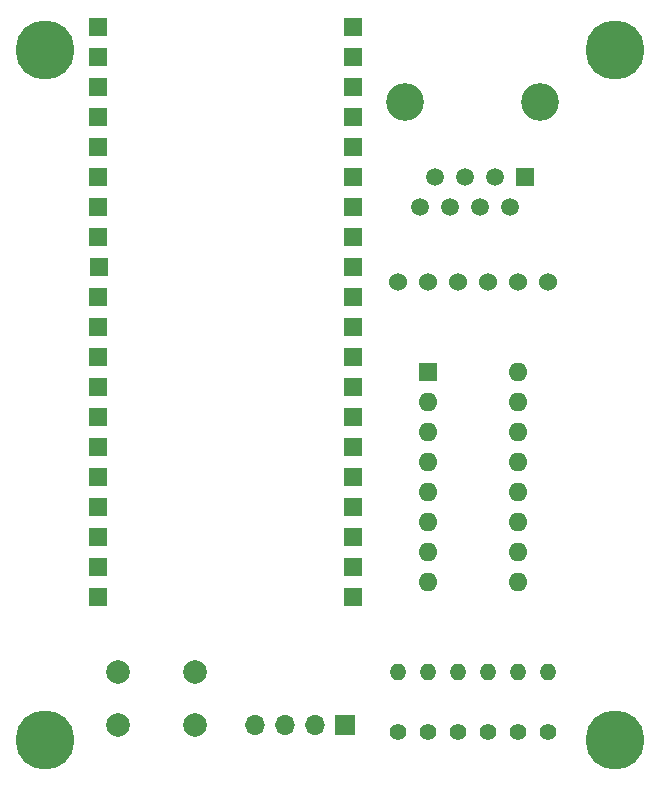
<source format=gbr>
%TF.GenerationSoftware,KiCad,Pcbnew,5.1.10-88a1d61d58~88~ubuntu18.04.1*%
%TF.CreationDate,2021-08-27T16:22:50+08:00*%
%TF.ProjectId,grip_strength,67726970-5f73-4747-9265-6e6774682e6b,rev?*%
%TF.SameCoordinates,Original*%
%TF.FileFunction,Soldermask,Top*%
%TF.FilePolarity,Negative*%
%FSLAX46Y46*%
G04 Gerber Fmt 4.6, Leading zero omitted, Abs format (unit mm)*
G04 Created by KiCad (PCBNEW 5.1.10-88a1d61d58~88~ubuntu18.04.1) date 2021-08-27 16:22:50*
%MOMM*%
%LPD*%
G01*
G04 APERTURE LIST*
%ADD10C,3.200000*%
%ADD11R,1.500000X1.500000*%
%ADD12C,1.500000*%
%ADD13R,1.524000X1.524000*%
%ADD14O,1.700000X1.700000*%
%ADD15R,1.700000X1.700000*%
%ADD16O,1.400000X1.400000*%
%ADD17C,1.400000*%
%ADD18C,1.524000*%
%ADD19O,1.600000X1.600000*%
%ADD20R,1.600000X1.600000*%
%ADD21C,2.000000*%
%ADD22C,5.000000*%
G04 APERTURE END LIST*
D10*
%TO.C,J1*%
X109220000Y-60325000D03*
X120650000Y-60325000D03*
D11*
X119380000Y-66675000D03*
D12*
X118110000Y-69215000D03*
X116840000Y-66675000D03*
X115570000Y-69215000D03*
X114300000Y-66675000D03*
X113030000Y-69215000D03*
X111760000Y-66675000D03*
X110490000Y-69215000D03*
%TD*%
D13*
%TO.C,U1*%
X104775000Y-53975000D03*
X104775000Y-56515000D03*
X104775000Y-59055000D03*
X104775000Y-61595000D03*
X104775000Y-64135000D03*
X104775000Y-66675000D03*
X104775000Y-69215000D03*
X104775000Y-71755000D03*
X104775000Y-74295000D03*
X104775000Y-76835000D03*
X104775000Y-79375000D03*
X104775000Y-81915000D03*
X104775000Y-84455000D03*
X104775000Y-86995000D03*
X104775000Y-89535000D03*
X104775000Y-92075000D03*
X104775000Y-94615000D03*
X104775000Y-97155000D03*
X104775000Y-99695000D03*
X104775000Y-102235000D03*
X83185000Y-102235000D03*
X83185000Y-99695000D03*
X83185000Y-97155000D03*
X83185000Y-94615000D03*
X83185000Y-92075000D03*
X83185000Y-89535000D03*
X83185000Y-86995000D03*
X83185000Y-84455000D03*
X83185000Y-81915000D03*
X83185000Y-79375000D03*
X83185000Y-76835000D03*
X83312000Y-74295000D03*
X83185000Y-71755000D03*
X83185000Y-69215000D03*
X83185000Y-66675000D03*
X83185000Y-64135000D03*
X83185000Y-61595000D03*
X83185000Y-59055000D03*
X83185000Y-56515000D03*
X83185000Y-53975000D03*
%TD*%
D14*
%TO.C,U4*%
X96520000Y-113030000D03*
X99060000Y-113030000D03*
X101600000Y-113030000D03*
D15*
X104140000Y-113030000D03*
%TD*%
D16*
%TO.C,R6*%
X108585000Y-108585000D03*
D17*
X108585000Y-113665000D03*
%TD*%
D18*
%TO.C,U2*%
X108585000Y-75565000D03*
X111125000Y-75565000D03*
X113665000Y-75565000D03*
X116205000Y-75565000D03*
X118745000Y-75565000D03*
X121285000Y-75565000D03*
%TD*%
D19*
%TO.C,U3*%
X118745000Y-83185000D03*
X111125000Y-100965000D03*
X118745000Y-85725000D03*
X111125000Y-98425000D03*
X118745000Y-88265000D03*
X111125000Y-95885000D03*
X118745000Y-90805000D03*
X111125000Y-93345000D03*
X118745000Y-93345000D03*
X111125000Y-90805000D03*
X118745000Y-95885000D03*
X111125000Y-88265000D03*
X118745000Y-98425000D03*
X111125000Y-85725000D03*
X118745000Y-100965000D03*
D20*
X111125000Y-83185000D03*
%TD*%
D21*
%TO.C,SW1*%
X91440000Y-108530000D03*
X91440000Y-113030000D03*
X84940000Y-108530000D03*
X84940000Y-113030000D03*
%TD*%
D22*
%TO.C,H1*%
X78740000Y-55880000D03*
%TD*%
%TO.C,H2*%
X127000000Y-55880000D03*
%TD*%
%TO.C,H3*%
X78740000Y-114300000D03*
%TD*%
%TO.C,H4*%
X127000000Y-114300000D03*
%TD*%
D17*
%TO.C,R1*%
X121285000Y-113665000D03*
D16*
X121285000Y-108585000D03*
%TD*%
%TO.C,R2*%
X118745000Y-108585000D03*
D17*
X118745000Y-113665000D03*
%TD*%
%TO.C,R3*%
X116205000Y-113665000D03*
D16*
X116205000Y-108585000D03*
%TD*%
D17*
%TO.C,R4*%
X113665000Y-113665000D03*
D16*
X113665000Y-108585000D03*
%TD*%
%TO.C,R5*%
X111125000Y-108585000D03*
D17*
X111125000Y-113665000D03*
%TD*%
M02*

</source>
